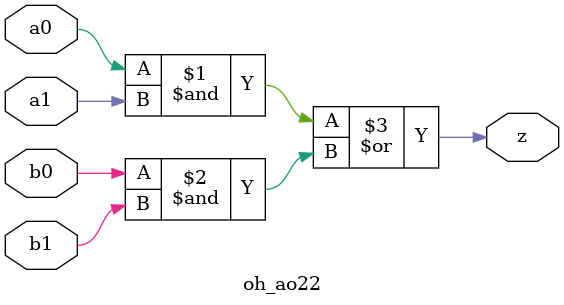
<source format=v>
module oh_ao22(	// file.cleaned.mlir:2:3
  input  a0,	// file.cleaned.mlir:2:25
         a1,	// file.cleaned.mlir:2:38
         b0,	// file.cleaned.mlir:2:51
         b1,	// file.cleaned.mlir:2:64
  output z	// file.cleaned.mlir:2:78
);

  assign z = a0 & a1 | b0 & b1;	// file.cleaned.mlir:3:10, :4:10, :5:10, :6:5
endmodule


</source>
